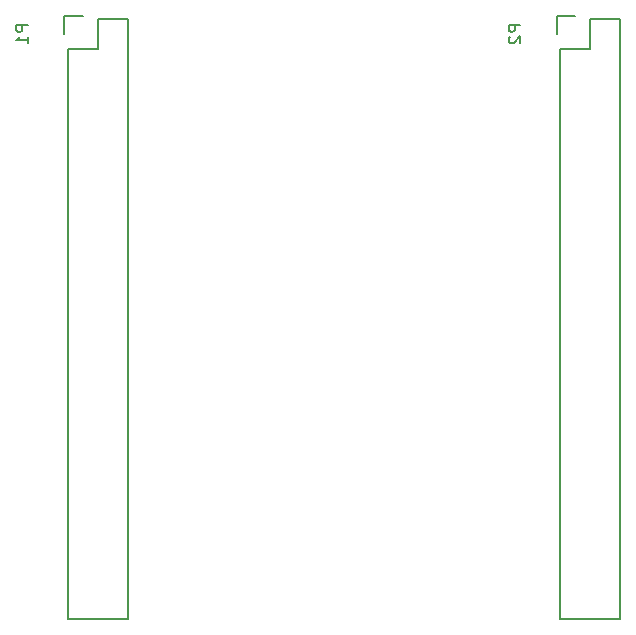
<source format=gbr>
G04 #@! TF.FileFunction,Legend,Bot*
%FSLAX46Y46*%
G04 Gerber Fmt 4.6, Leading zero omitted, Abs format (unit mm)*
G04 Created by KiCad (PCBNEW (2015-07-28 BZR 6012)-product) date Fr 07 Aug 2015 18:57:51 CEST*
%MOMM*%
G01*
G04 APERTURE LIST*
%ADD10C,0.100000*%
%ADD11C,0.150000*%
%ADD12R,1.927200X1.927200*%
%ADD13O,1.927200X1.927200*%
%ADD14O,3.700120X7.200240*%
%ADD15O,1.800200X2.699360*%
%ADD16R,2.232000X1.927200*%
%ADD17O,2.232000X1.927200*%
%ADD18R,1.774800X2.486000*%
%ADD19O,1.774800X2.486000*%
G04 APERTURE END LIST*
D10*
D11*
X105810000Y-116530000D02*
X105810000Y-65730000D01*
X100730000Y-68270000D02*
X100730000Y-116530000D01*
X105810000Y-116530000D02*
X100730000Y-116530000D01*
X105810000Y-65730000D02*
X103270000Y-65730000D01*
X100450000Y-67000000D02*
X100450000Y-65450000D01*
X103270000Y-65730000D02*
X103270000Y-68270000D01*
X103270000Y-68270000D02*
X100730000Y-68270000D01*
X100450000Y-65450000D02*
X102000000Y-65450000D01*
X64110000Y-116530000D02*
X64110000Y-65730000D01*
X59030000Y-68270000D02*
X59030000Y-116530000D01*
X64110000Y-116530000D02*
X59030000Y-116530000D01*
X64110000Y-65730000D02*
X61570000Y-65730000D01*
X58750000Y-67000000D02*
X58750000Y-65450000D01*
X61570000Y-65730000D02*
X61570000Y-68270000D01*
X61570000Y-68270000D02*
X59030000Y-68270000D01*
X58750000Y-65450000D02*
X60300000Y-65450000D01*
X97352381Y-66261905D02*
X96352381Y-66261905D01*
X96352381Y-66642858D01*
X96400000Y-66738096D01*
X96447619Y-66785715D01*
X96542857Y-66833334D01*
X96685714Y-66833334D01*
X96780952Y-66785715D01*
X96828571Y-66738096D01*
X96876190Y-66642858D01*
X96876190Y-66261905D01*
X96447619Y-67214286D02*
X96400000Y-67261905D01*
X96352381Y-67357143D01*
X96352381Y-67595239D01*
X96400000Y-67690477D01*
X96447619Y-67738096D01*
X96542857Y-67785715D01*
X96638095Y-67785715D01*
X96780952Y-67738096D01*
X97352381Y-67166667D01*
X97352381Y-67785715D01*
X55652381Y-66261905D02*
X54652381Y-66261905D01*
X54652381Y-66642858D01*
X54700000Y-66738096D01*
X54747619Y-66785715D01*
X54842857Y-66833334D01*
X54985714Y-66833334D01*
X55080952Y-66785715D01*
X55128571Y-66738096D01*
X55176190Y-66642858D01*
X55176190Y-66261905D01*
X55652381Y-67785715D02*
X55652381Y-67214286D01*
X55652381Y-67500000D02*
X54652381Y-67500000D01*
X54795238Y-67404762D01*
X54890476Y-67309524D01*
X54938095Y-67214286D01*
%LPC*%
D12*
X102000000Y-67000000D03*
D13*
X104540000Y-67000000D03*
X102000000Y-69540000D03*
X104540000Y-69540000D03*
X102000000Y-72080000D03*
X104540000Y-72080000D03*
X102000000Y-74620000D03*
X104540000Y-74620000D03*
X102000000Y-77160000D03*
X104540000Y-77160000D03*
X102000000Y-79700000D03*
X104540000Y-79700000D03*
X102000000Y-82240000D03*
X104540000Y-82240000D03*
X102000000Y-84780000D03*
X104540000Y-84780000D03*
X102000000Y-87320000D03*
X104540000Y-87320000D03*
X102000000Y-89860000D03*
X104540000Y-89860000D03*
X102000000Y-92400000D03*
X104540000Y-92400000D03*
X102000000Y-94940000D03*
X104540000Y-94940000D03*
X102000000Y-97480000D03*
X104540000Y-97480000D03*
X102000000Y-100020000D03*
X104540000Y-100020000D03*
X102000000Y-102560000D03*
X104540000Y-102560000D03*
X102000000Y-105100000D03*
X104540000Y-105100000D03*
X102000000Y-107640000D03*
X104540000Y-107640000D03*
X102000000Y-110180000D03*
X104540000Y-110180000D03*
X102000000Y-112720000D03*
X104540000Y-112720000D03*
X102000000Y-115260000D03*
X104540000Y-115260000D03*
D12*
X60300000Y-67000000D03*
D13*
X62840000Y-67000000D03*
X60300000Y-69540000D03*
X62840000Y-69540000D03*
X60300000Y-72080000D03*
X62840000Y-72080000D03*
X60300000Y-74620000D03*
X62840000Y-74620000D03*
X60300000Y-77160000D03*
X62840000Y-77160000D03*
X60300000Y-79700000D03*
X62840000Y-79700000D03*
X60300000Y-82240000D03*
X62840000Y-82240000D03*
X60300000Y-84780000D03*
X62840000Y-84780000D03*
X60300000Y-87320000D03*
X62840000Y-87320000D03*
X60300000Y-89860000D03*
X62840000Y-89860000D03*
X60300000Y-92400000D03*
X62840000Y-92400000D03*
X60300000Y-94940000D03*
X62840000Y-94940000D03*
X60300000Y-97480000D03*
X62840000Y-97480000D03*
X60300000Y-100020000D03*
X62840000Y-100020000D03*
X60300000Y-102560000D03*
X62840000Y-102560000D03*
X60300000Y-105100000D03*
X62840000Y-105100000D03*
X60300000Y-107640000D03*
X62840000Y-107640000D03*
X60300000Y-110180000D03*
X62840000Y-110180000D03*
X60300000Y-112720000D03*
X62840000Y-112720000D03*
X60300000Y-115260000D03*
X62840000Y-115260000D03*
D14*
X109597780Y-154063400D03*
X99399680Y-154063400D03*
D15*
X104500000Y-149798740D03*
X106999360Y-149798740D03*
D14*
X87097780Y-154063400D03*
X76899680Y-154063400D03*
D15*
X82000000Y-149798740D03*
X84499360Y-149798740D03*
D14*
X64597780Y-154063400D03*
X54399680Y-154063400D03*
D15*
X59500000Y-149798740D03*
X61999360Y-149798740D03*
D16*
X56500000Y-74500000D03*
D17*
X56500000Y-77040000D03*
X56500000Y-79580000D03*
D18*
X91540000Y-119740000D03*
D19*
X89000000Y-119740000D03*
X86460000Y-119740000D03*
X86460000Y-127360000D03*
X89000000Y-127360000D03*
X91540000Y-127360000D03*
D18*
X80040000Y-119740000D03*
D19*
X77500000Y-119740000D03*
X74960000Y-119740000D03*
X74960000Y-127360000D03*
X77500000Y-127360000D03*
X80040000Y-127360000D03*
D18*
X102120000Y-136960000D03*
D19*
X102120000Y-142040000D03*
X97040000Y-136960000D03*
X97040000Y-142040000D03*
X91960000Y-136960000D03*
X91960000Y-142040000D03*
X86880000Y-136960000D03*
X86880000Y-142040000D03*
D18*
X62380000Y-142040000D03*
D19*
X62380000Y-136960000D03*
X67460000Y-142040000D03*
X67460000Y-136960000D03*
X72540000Y-142040000D03*
X72540000Y-136960000D03*
X77620000Y-142040000D03*
X77620000Y-136960000D03*
M02*

</source>
